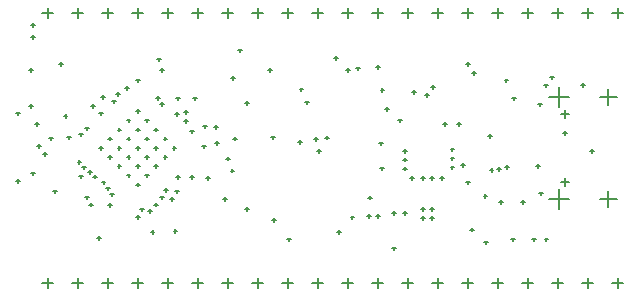
<source format=gbr>
%TF.GenerationSoftware,Altium Limited,Altium Designer,19.0.15 (446)*%
G04 Layer_Color=128*
%FSLAX45Y45*%
%MOMM*%
%TF.FileFunction,Drillmap*%
%TF.Part,Single*%
G01*
G75*
%TA.AperFunction,NonConductor*%
%ADD90C,0.12700*%
D90*
X14687000Y6096000D02*
X14777000D01*
X14732001Y6051000D02*
Y6141000D01*
X14433000Y6096000D02*
X14523000D01*
X14478000Y6051000D02*
Y6141000D01*
X14941000Y6096000D02*
X15031000D01*
X14986000Y6051000D02*
Y6141000D01*
X15195000Y6096000D02*
X15285001D01*
X15239999Y6051000D02*
Y6141000D01*
X14178999Y6096000D02*
X14269000D01*
X14224001Y6051000D02*
Y6141000D01*
X13925000Y6096000D02*
X14014999D01*
X13970000Y6051000D02*
Y6141000D01*
X13417000Y6096000D02*
X13507001D01*
X13462000Y6051000D02*
Y6141000D01*
X13671001Y6096000D02*
X13761000D01*
X13716000Y6051000D02*
Y6141000D01*
X13163000Y6096000D02*
X13253000D01*
X13208000Y6051000D02*
Y6141000D01*
X10877000Y6096000D02*
X10967000D01*
X10922000Y6051000D02*
Y6141000D01*
X11385000Y6096000D02*
X11475000D01*
X11430000Y6051000D02*
Y6141000D01*
X11131000Y6096000D02*
X11221000D01*
X11176000Y6051000D02*
Y6141000D01*
X11639000Y6096000D02*
X11729000D01*
X11684000Y6051000D02*
Y6141000D01*
X11893000Y6096000D02*
X11983000D01*
X11938000Y6051000D02*
Y6141000D01*
X12909000Y6096000D02*
X12999001D01*
X12953999Y6051000D02*
Y6141000D01*
X12655000Y6096000D02*
X12745000D01*
X12700000Y6051000D02*
Y6141000D01*
X12147000Y6096000D02*
X12237000D01*
X12192000Y6051000D02*
Y6141000D01*
X12401000Y6096000D02*
X12491000D01*
X12446000Y6051000D02*
Y6141000D01*
X10369000Y6096000D02*
X10459000D01*
X10414000Y6051000D02*
Y6141000D01*
X10623000Y6096000D02*
X10713000D01*
X10668000Y6051000D02*
Y6141000D01*
X14687000Y8382000D02*
X14777000D01*
X14732001Y8337000D02*
Y8427000D01*
X14433000Y8382000D02*
X14523000D01*
X14478000Y8337000D02*
Y8427000D01*
X14941000Y8382000D02*
X15031000D01*
X14986000Y8337000D02*
Y8427000D01*
X15195000Y8382000D02*
X15285001D01*
X15239999Y8337000D02*
Y8427000D01*
X14178999Y8382000D02*
X14269000D01*
X14224001Y8337000D02*
Y8427000D01*
X13925000Y8382000D02*
X14014999D01*
X13970000Y8337000D02*
Y8427000D01*
X13417000Y8382000D02*
X13507001D01*
X13462000Y8337000D02*
Y8427000D01*
X13671001Y8382000D02*
X13761000D01*
X13716000Y8337000D02*
Y8427000D01*
X13163000Y8382000D02*
X13253000D01*
X13208000Y8337000D02*
Y8427000D01*
X10877000Y8382000D02*
X10967000D01*
X10922000Y8337000D02*
Y8427000D01*
X11385000Y8382000D02*
X11475000D01*
X11430000Y8337000D02*
Y8427000D01*
X11131000Y8382000D02*
X11221000D01*
X11176000Y8337000D02*
Y8427000D01*
X11639000Y8382000D02*
X11729000D01*
X11684000Y8337000D02*
Y8427000D01*
X11893000Y8382000D02*
X11983000D01*
X11938000Y8337000D02*
Y8427000D01*
X12909000Y8382000D02*
X12999001D01*
X12953999Y8337000D02*
Y8427000D01*
X12655000Y8382000D02*
X12745000D01*
X12700000Y8337000D02*
Y8427000D01*
X12147000Y8382000D02*
X12237000D01*
X12192000Y8337000D02*
Y8427000D01*
X12401000Y8382000D02*
X12491000D01*
X12446000Y8337000D02*
Y8427000D01*
X10369000Y8382000D02*
X10459000D01*
X10414000Y8337000D02*
Y8427000D01*
X10623000Y8382000D02*
X10713000D01*
X10668000Y8337000D02*
Y8427000D01*
X15090250Y7671000D02*
X15230251D01*
X15160249Y7601000D02*
Y7741000D01*
X15090250Y6807000D02*
X15230251D01*
X15160249Y6737000D02*
Y6877000D01*
X14657249Y7671000D02*
X14827251D01*
X14742250Y7586000D02*
Y7756000D01*
X14657249Y6807000D02*
X14827251D01*
X14742250Y6722000D02*
Y6892000D01*
X14759750Y6950000D02*
X14824750D01*
X14792250Y6917500D02*
Y6982500D01*
X14759750Y7528000D02*
X14824750D01*
X14792250Y7495500D02*
Y7560500D01*
X14615401Y7768600D02*
X14645399D01*
X14630400Y7753600D02*
Y7783600D01*
X14577299Y6853627D02*
X14607300D01*
X14592300Y6838627D02*
Y6868627D01*
X10272000Y8280400D02*
X10302000D01*
X10287000Y8265400D02*
Y8295400D01*
X10259300Y7594600D02*
X10289300D01*
X10274300Y7579600D02*
Y7609600D01*
X10322800Y7252656D02*
X10352800D01*
X10337800Y7237656D02*
Y7267656D01*
X10272000Y8178800D02*
X10302000D01*
X10287000Y8163800D02*
Y8193800D01*
X10272000Y7023100D02*
X10302000D01*
X10287000Y7008100D02*
Y7038100D01*
X10145000Y6959600D02*
X10175000D01*
X10160000Y6944600D02*
Y6974600D01*
X10259300Y7896050D02*
X10289300D01*
X10274300Y7881050D02*
Y7911050D01*
X10310100Y7442200D02*
X10340100D01*
X10325100Y7427200D02*
Y7457200D01*
X10145000Y7531100D02*
X10175000D01*
X10160000Y7516100D02*
Y7546100D01*
X11643600Y7658100D02*
X11673600D01*
X11658600Y7643100D02*
Y7673100D01*
X11732500Y7421200D02*
X11762500D01*
X11747500Y7406200D02*
Y7436200D01*
X11834100Y7279514D02*
X11864100D01*
X11849100Y7264514D02*
Y7294514D01*
X11923000Y7147767D02*
X11953000D01*
X11938000Y7132767D02*
Y7162766D01*
X13497800Y7710112D02*
X13527800D01*
X13512801Y7695112D02*
Y7725112D01*
X13269200Y7569200D02*
X13299200D01*
X13284200Y7554200D02*
Y7584200D01*
X12697700Y7213600D02*
X12727700D01*
X12712700Y7198600D02*
Y7228600D01*
X12672300Y7315200D02*
X12702300D01*
X12687300Y7300200D02*
Y7330200D01*
X14005800Y7874000D02*
X14035800D01*
X14020799Y7859000D02*
Y7889000D01*
X13662900Y7754443D02*
X13692900D01*
X13677901Y7739443D02*
Y7769443D01*
X12546256Y7734300D02*
X12576256D01*
X12561256Y7719300D02*
Y7749300D01*
X13218401Y7277100D02*
X13248399D01*
X13233400Y7262100D02*
Y7292100D01*
X13824500Y7150100D02*
X13854500D01*
X13839500Y7135100D02*
Y7165100D01*
X13824500Y7073900D02*
X13854500D01*
X13839500Y7058900D02*
Y7088900D01*
X13916901Y7092959D02*
X13946899D01*
X13931900Y7077959D02*
Y7107959D01*
X14143213Y7339000D02*
X14173213D01*
X14158212Y7324000D02*
Y7354000D01*
X14157800Y7053384D02*
X14187801D01*
X14172800Y7038384D02*
Y7068384D01*
X14221700Y7060153D02*
X14251700D01*
X14236700Y7045153D02*
Y7075153D01*
X14620915Y6464300D02*
X14650916D01*
X14635915Y6449300D02*
Y6479300D01*
X12596100Y7624373D02*
X12626100D01*
X12611100Y7609373D02*
Y7639373D01*
X12761200Y7325486D02*
X12791200D01*
X12776200Y7310486D02*
Y7340486D01*
X14285201Y7079270D02*
X14315199D01*
X14300200Y7064270D02*
Y7094270D01*
X14424899Y6782916D02*
X14454900D01*
X14439900Y6767916D02*
Y6797916D01*
X10872145Y6946098D02*
X10902145D01*
X10887145Y6931098D02*
Y6961098D01*
X10800673Y6995635D02*
X10830673D01*
X10815673Y6980635D02*
Y7010635D01*
X10907000Y6896100D02*
X10937000D01*
X10922000Y6881100D02*
Y6911100D01*
X10373600Y7188200D02*
X10403600D01*
X10388600Y7173200D02*
Y7203200D01*
X10708200Y7074252D02*
X10738200D01*
X10723200Y7059252D02*
Y7089252D01*
X10667596Y7121200D02*
X10697596D01*
X10682596Y7106200D02*
Y7136200D01*
X10678400Y6997700D02*
X10708400D01*
X10693400Y6982700D02*
Y7012700D01*
X10754600Y7035800D02*
X10784600D01*
X10769600Y7020800D02*
Y7050800D01*
X10945100Y6845300D02*
X10975100D01*
X10960100Y6830300D02*
Y6860300D01*
X10927655Y6756400D02*
X10957655D01*
X10942655Y6741400D02*
Y6771400D01*
X10767300Y6757749D02*
X10797300D01*
X10782300Y6742749D02*
Y6772749D01*
X10729200Y6819900D02*
X10759200D01*
X10744200Y6804900D02*
Y6834900D01*
X11161000Y6654800D02*
X11191000D01*
X11176000Y6639800D02*
Y6669800D01*
X11199100Y6718300D02*
X11229100D01*
X11214100Y6703300D02*
Y6733300D01*
X11262600Y6705600D02*
X11292600D01*
X11277600Y6690600D02*
Y6720600D01*
X11313400Y6757749D02*
X11343400D01*
X11328400Y6742749D02*
Y6772749D01*
X13192999Y6662800D02*
X13223000D01*
X13208000Y6647800D02*
Y6677800D01*
X13116800Y6662800D02*
X13146800D01*
X13131799Y6647800D02*
Y6677800D01*
X11453100Y6804130D02*
X11483100D01*
X11468100Y6789130D02*
Y6819130D01*
X11364200Y6819900D02*
X11394200D01*
X11379200Y6804900D02*
Y6834900D01*
X11402300Y6883400D02*
X11432300D01*
X11417300Y6868400D02*
Y6898400D01*
X11491200Y6870700D02*
X11521200D01*
X11506200Y6855700D02*
Y6885700D01*
X13421600Y7139000D02*
X13451601D01*
X13436600Y7124000D02*
Y7154000D01*
X13824500Y7225700D02*
X13854500D01*
X13839500Y7210700D02*
Y7240700D01*
X11961600Y7047000D02*
X11991600D01*
X11976600Y7032000D02*
Y7062000D01*
X11503900Y6992629D02*
X11533900D01*
X11518900Y6977629D02*
Y7007629D01*
X11618200Y6992629D02*
X11648200D01*
X11633200Y6977629D02*
Y7007629D01*
X13421600Y7214000D02*
X13451601D01*
X13436600Y7199000D02*
Y7229000D01*
X13421600Y7064270D02*
X13451601D01*
X13436600Y7049270D02*
Y7079270D01*
X13650200Y6982674D02*
X13680200D01*
X13665199Y6967674D02*
Y6997674D01*
X13574001Y6982674D02*
X13603999D01*
X13589000Y6967674D02*
Y6997674D01*
X11757900Y6985000D02*
X11787900D01*
X11772900Y6970000D02*
Y7000000D01*
X10576800Y7327900D02*
X10606800D01*
X10591800Y7312900D02*
Y7342900D01*
X10678400Y7353300D02*
X10708400D01*
X10693400Y7338300D02*
Y7368300D01*
X10729200Y7404100D02*
X10759200D01*
X10744200Y7389100D02*
Y7419100D01*
X10550563Y7510538D02*
X10580563D01*
X10565563Y7495538D02*
Y7525538D01*
X10780000Y7594600D02*
X10810000D01*
X10795000Y7579600D02*
Y7609600D01*
X11364200Y7899400D02*
X11394200D01*
X11379200Y7884400D02*
Y7914400D01*
X10849873Y7531100D02*
X10879873D01*
X10864873Y7516100D02*
Y7546100D01*
X10957800Y7632700D02*
X10987800D01*
X10972800Y7617700D02*
Y7647700D01*
X10995900Y7696200D02*
X11025900D01*
X11010900Y7681200D02*
Y7711200D01*
X11072100Y7747000D02*
X11102100D01*
X11087100Y7732000D02*
Y7762000D01*
X10864600Y7670800D02*
X10894600D01*
X10879600Y7655800D02*
Y7685800D01*
X11161000Y7810500D02*
X11191000D01*
X11176000Y7795500D02*
Y7825500D01*
X11330985Y7660007D02*
X11360985D01*
X11345985Y7645007D02*
Y7675007D01*
X11367062Y7611231D02*
X11397062D01*
X11382062Y7596231D02*
Y7626231D01*
X11503900Y7658100D02*
X11533900D01*
X11518900Y7643100D02*
Y7673100D01*
X11491200Y7528000D02*
X11521200D01*
X11506200Y7513000D02*
Y7543000D01*
X11567400Y7467600D02*
X11597400D01*
X11582400Y7452600D02*
Y7482600D01*
X11618200Y7378700D02*
X11648200D01*
X11633200Y7363700D02*
Y7393700D01*
X11567400Y7543800D02*
X11597400D01*
X11582400Y7528800D02*
Y7558800D01*
X11821400Y7416800D02*
X11851400D01*
X11836400Y7401800D02*
Y7431800D01*
X13027901Y7912100D02*
X13057899D01*
X13042900Y7897100D02*
Y7927100D01*
X12939000Y7899400D02*
X12969000D01*
X12953999Y7884400D02*
Y7914400D01*
X10424400Y7318549D02*
X10454400D01*
X10439400Y7303550D02*
Y7333549D01*
X10462500Y6870700D02*
X10492500D01*
X10477500Y6855700D02*
Y6885700D01*
X10833963Y6477000D02*
X10863963D01*
X10848963Y6462000D02*
Y6492000D01*
X10513300Y7950200D02*
X10543300D01*
X10528300Y7935200D02*
Y7965200D01*
X11719800Y7251700D02*
X11749800D01*
X11734800Y7236700D02*
Y7266700D01*
X11897600Y6804130D02*
X11927600D01*
X11912600Y6789130D02*
Y6819130D01*
X11479802Y6535072D02*
X11509802D01*
X11494802Y6520072D02*
Y6550071D01*
X11286837Y6527800D02*
X11316837D01*
X11301837Y6512800D02*
Y6542800D01*
X11338800Y7988300D02*
X11368800D01*
X11353800Y7973300D02*
Y8003300D01*
X15009100Y7213600D02*
X15039101D01*
X15024100Y7198600D02*
Y7228600D01*
X14104642Y6830097D02*
X14134641D01*
X14119641Y6815097D02*
Y6845097D01*
X13878799Y7442200D02*
X13908800D01*
X13893800Y7427200D02*
Y7457200D01*
X13612100Y7685000D02*
X13642101D01*
X13627100Y7670000D02*
Y7700000D01*
X13232800Y7730439D02*
X13262801D01*
X13247800Y7715439D02*
Y7745439D01*
X12024600Y8064500D02*
X12054600D01*
X12039600Y8049500D02*
Y8079500D01*
X12278693Y7899400D02*
X12308693D01*
X12293693Y7884400D02*
Y7914400D01*
X11968497Y7831900D02*
X11998496D01*
X11983496Y7816900D02*
Y7846900D01*
X12088100Y7618500D02*
X12118100D01*
X12103100Y7603500D02*
Y7633500D01*
X12443700Y6464300D02*
X12473700D01*
X12458700Y6449300D02*
Y6479300D01*
X12086600Y6722475D02*
X12116600D01*
X12101600Y6707475D02*
Y6737475D01*
X12316700Y6629400D02*
X12346700D01*
X12331700Y6614400D02*
Y6644400D01*
X12862801Y6527800D02*
X12892799D01*
X12877800Y6512800D02*
Y6542800D01*
X12978729Y6650000D02*
X13008730D01*
X12993729Y6635000D02*
Y6665000D01*
X13129500Y6818271D02*
X13159500D01*
X13144501Y6803271D02*
Y6833271D01*
X13231100Y7065759D02*
X13261099D01*
X13246100Y7050759D02*
Y7080759D01*
X12837308Y8001000D02*
X12867307D01*
X12852307Y7986000D02*
Y8016000D01*
X14234399Y6782916D02*
X14264400D01*
X14249400Y6767916D02*
Y6797916D01*
X14932899Y7772400D02*
X14962900D01*
X14947900Y7757400D02*
Y7787400D01*
X13192999Y7924800D02*
X13223000D01*
X13208000Y7909800D02*
Y7939800D01*
X13955000Y6947319D02*
X13985001D01*
X13970000Y6932319D02*
Y6962319D01*
X13650200Y6722475D02*
X13680200D01*
X13665199Y6707475D02*
Y6737475D01*
X13574001Y6722475D02*
X13603999D01*
X13589000Y6707475D02*
Y6737475D01*
X13650200Y6643600D02*
X13680200D01*
X13665199Y6628600D02*
Y6658600D01*
X13574001Y6643600D02*
X13603999D01*
X13589000Y6628600D02*
Y6658600D01*
X13737601Y6985000D02*
X13767599D01*
X13752600Y6970000D02*
Y7000000D01*
X13485100Y6985000D02*
X13515100D01*
X13500101Y6970000D02*
Y7000000D01*
X13332700Y6388100D02*
X13362700D01*
X13347701Y6373100D02*
Y6403100D01*
X13421600Y6689830D02*
X13451601D01*
X13436600Y6674830D02*
Y6704830D01*
X13332700Y6689830D02*
X13362700D01*
X13347701Y6674830D02*
Y6704830D01*
X13955000Y7950200D02*
X13985001D01*
X13970000Y7935200D02*
Y7965200D01*
X13382100Y7470900D02*
X13412100D01*
X13397099Y7455900D02*
Y7485900D01*
X13764500Y7442600D02*
X13794501D01*
X13779500Y7427600D02*
Y7457600D01*
X14564600Y7607300D02*
X14594600D01*
X14579601Y7592300D02*
Y7622300D01*
X14107401Y6438900D02*
X14137399D01*
X14122400Y6423900D02*
Y6453900D01*
X13993100Y6546641D02*
X14023100D01*
X14008099Y6531641D02*
Y6561641D01*
X14336000Y6464300D02*
X14366000D01*
X14350999Y6449300D02*
Y6479300D01*
X14513800Y6464300D02*
X14543800D01*
X14528799Y6449300D02*
Y6479300D01*
X14281548Y7810500D02*
X14311546D01*
X14296547Y7795500D02*
Y7825500D01*
X14777251Y7366000D02*
X14807249D01*
X14792250Y7351000D02*
Y7381000D01*
X14666200Y7835900D02*
X14696201D01*
X14681200Y7820900D02*
Y7850900D01*
X14348700Y7658100D02*
X14378700D01*
X14363699Y7643100D02*
Y7673100D01*
X14551900Y7086600D02*
X14581900D01*
X14566901Y7071600D02*
Y7101600D01*
X12304000Y7327900D02*
X12334000D01*
X12319000Y7312900D02*
Y7342900D01*
X11986500Y7316782D02*
X12016500D01*
X12001500Y7301782D02*
Y7331782D01*
X12532600Y7289800D02*
X12562600D01*
X12547600Y7274800D02*
Y7304800D01*
X10927655Y7316782D02*
X10957655D01*
X10942655Y7301782D02*
Y7331782D01*
X11083218Y7161218D02*
X11113218D01*
X11098218Y7146218D02*
Y7176218D01*
X11238782Y7005655D02*
X11268782D01*
X11253782Y6990655D02*
Y7020655D01*
X11005436Y7239000D02*
X11035436D01*
X11020436Y7224000D02*
Y7254000D01*
X11161000Y7083436D02*
X11191000D01*
X11176000Y7068436D02*
Y7098436D01*
X11083218Y7472345D02*
X11113218D01*
X11098218Y7457346D02*
Y7487345D01*
X11238782Y7316782D02*
X11268782D01*
X11253782Y7301782D02*
Y7331782D01*
X11394345Y7161218D02*
X11424345D01*
X11409345Y7146218D02*
Y7176218D01*
X11161000Y7394564D02*
X11191000D01*
X11176000Y7379564D02*
Y7409564D01*
X11316564Y7239000D02*
X11346564D01*
X11331564Y7224000D02*
Y7254000D01*
X11394345Y7316782D02*
X11424345D01*
X11409345Y7301782D02*
Y7331782D01*
X11238782Y7161218D02*
X11268782D01*
X11253782Y7146218D02*
Y7176218D01*
X11083218Y7005655D02*
X11113218D01*
X11098218Y6990655D02*
Y7020655D01*
X11238782Y7472345D02*
X11268782D01*
X11253782Y7457346D02*
Y7487345D01*
X11083218Y7316782D02*
X11113218D01*
X11098218Y7301782D02*
Y7331782D01*
X10927655Y7161218D02*
X10957655D01*
X10942655Y7146218D02*
Y7176218D01*
X11161000Y6927873D02*
X11191000D01*
X11176000Y6912873D02*
Y6942873D01*
X11005436Y7083436D02*
X11035436D01*
X11020436Y7068436D02*
Y7098436D01*
X10849873Y7239000D02*
X10879873D01*
X10864873Y7224000D02*
Y7254000D01*
X11316564Y7083436D02*
X11346564D01*
X11331564Y7068436D02*
Y7098436D01*
X11161000Y7239000D02*
X11191000D01*
X11176000Y7224000D02*
Y7254000D01*
X11005436Y7394564D02*
X11035436D01*
X11020436Y7379564D02*
Y7409564D01*
X11472127Y7239000D02*
X11502127D01*
X11487127Y7224000D02*
Y7254000D01*
X11316564Y7394564D02*
X11346564D01*
X11331564Y7379564D02*
Y7409564D01*
X11161000Y7550127D02*
X11191000D01*
X11176000Y7535127D02*
Y7565127D01*
%TF.MD5,aa445be57a50759923ab782fdfa46146*%
M02*

</source>
